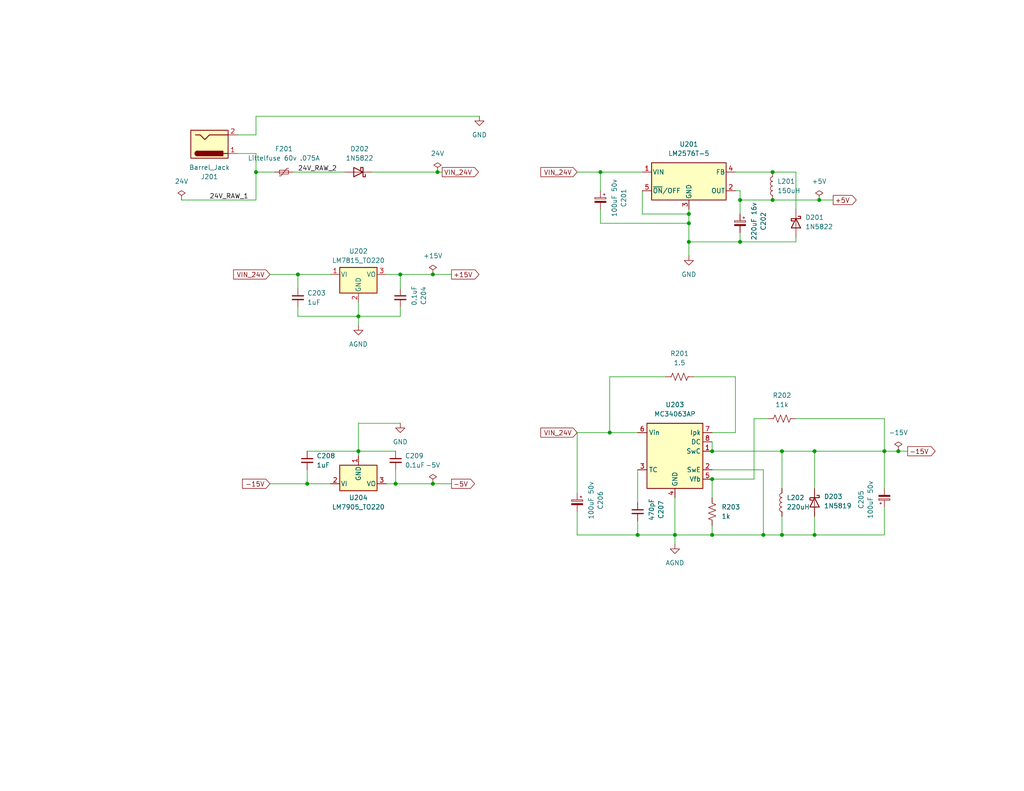
<source format=kicad_sch>
(kicad_sch (version 20250114) (generator "eeschema") (generator_version "9.0")
  (paper "USLetter")
  (title_block (title "ESP332 Guitar Patch Bay") (date "2025-05-27") (rev "1"))
  (lib_symbols
    (symbol "Connector:Barrel_Jack" (pin_names (offset 1.016))
      (property "Reference" "J" (at 0 5.334 0))
      (property "Value" "Barrel_Jack" (at 0 -5.08 0))
      (symbol "Barrel_Jack_0_1"
        (rectangle (start -5.08 3.81) (end 5.08 -3.81) (stroke (width 0.254)) (fill (type background)))
        (polyline (pts (xy -3.81 -2.54) (xy -2.54 -2.54) (xy -1.27 -1.27) (xy 0 -2.54) (xy 2.54 -2.54) (xy 5.08 -2.54)) (stroke (width 0.254)))
        (arc (start -3.302 1.905) (mid -3.9343 2.54) (end -3.302 3.175) (stroke (width 0.254)))
        (arc (start -3.302 1.905) (mid -3.9343 2.54) (end -3.302 3.175) (stroke (width 0.254)) (fill (type outline)))
        (rectangle (start 3.683 3.175) (end -3.302 1.905) (stroke (width 0.254)) (fill (type outline)))
        (polyline (pts (xy 5.08 2.54) (xy 3.81 2.54)) (stroke (width 0.254)))
      )
      (symbol "Barrel_Jack_1_1"
        (pin passive line (at 7.62 2.54 180) (length 2.54) (name "~") (number "1"))
        (pin passive line (at 7.62 -2.54 180) (length 2.54) (name "~") (number "2"))
      )
    )
    (symbol "Device:C_Polarized_Small" (pin_numbers (hide yes)) (pin_names (offset 0.254) (hide yes))
      (property "Reference" "C" (at 0.254 1.778 0))
      (property "Value" "C_Polarized_Small" (at 0.254 -2.032 0))
      (symbol "C_Polarized_Small_0_1"
        (rectangle (start -1.524 0.6858) (end 1.524 0.3048))
        (rectangle (start -1.524 -0.3048) (end 1.524 -0.6858) (fill (type outline)))
        (polyline (pts (xy -1.27 1.524) (xy -0.762 1.524)))
        (polyline (pts (xy -1.016 1.27) (xy -1.016 1.778)))
      )
      (symbol "C_Polarized_Small_1_1"
        (pin passive line (at 0 2.54 270) (length 1.8542) (name "~") (number "1"))
        (pin passive line (at 0 -2.54 90) (length 1.8542) (name "~") (number "2"))
      )
    )
    (symbol "Device:C_Small" (pin_numbers (hide yes)) (pin_names (offset 0.254) (hide yes))
      (property "Reference" "C" (at 0.254 1.778 0))
      (property "Value" "C_Small" (at 0.254 -2.032 0))
      (symbol "C_Small_0_1"
        (polyline (pts (xy -1.524 0.508) (xy 1.524 0.508)) (stroke (width 0.3048)))
        (polyline (pts (xy -1.524 -0.508) (xy 1.524 -0.508)) (stroke (width 0.3302)))
      )
      (symbol "C_Small_1_1"
        (pin passive line (at 0 2.54 270) (length 2.032) (name "~") (number "1"))
        (pin passive line (at 0 -2.54 90) (length 2.032) (name "~") (number "2"))
      )
    )
    (symbol "Device:L" (pin_numbers (hide yes)) (pin_names (offset 1.016) (hide yes))
      (property "Reference" "L" (at -1.27 0 90))
      (property "Value" "L" (at 1.905 0 90))
      (symbol "L_0_1"
        (arc (start 0 2.54) (mid 0.6323 1.905) (end 0 1.27))
        (arc (start 0 1.27) (mid 0.6323 0.635) (end 0 0))
        (arc (start 0 0) (mid 0.6323 -0.635) (end 0 -1.27))
        (arc (start 0 -1.27) (mid 0.6323 -1.905) (end 0 -2.54))
      )
      (symbol "L_1_1"
        (pin passive line (at 0 3.81 270) (length 1.27) (name "1") (number "1"))
        (pin passive line (at 0 -3.81 90) (length 1.27) (name "2") (number "2"))
      )
    )
    (symbol "Device:Polyfuse_Small" (pin_numbers (hide yes)) (pin_names (offset 0))
      (property "Reference" "F" (at -1.905 0 90))
      (property "Value" "Polyfuse_Small" (at 1.905 0 90))
      (symbol "Polyfuse_Small_0_1"
        (polyline (pts (xy -1.016 1.27) (xy -1.016 0.762) (xy 1.016 -0.762) (xy 1.016 -1.27)))
        (rectangle (start -0.508 1.27) (end 0.508 -1.27))
        (polyline (pts (xy 0 2.54) (xy 0 -2.54)))
      )
      (symbol "Polyfuse_Small_1_1"
        (pin passive line (at 0 2.54 270) (length 0.635) (name "~") (number "1"))
        (pin passive line (at 0 -2.54 90) (length 0.635) (name "~") (number "2"))
      )
    )
    (symbol "Device:R_US" (pin_numbers (hide yes)) (pin_names (offset 0))
      (property "Reference" "R" (at 2.54 0 90))
      (property "Value" "R_US" (at -2.54 0 90))
      (symbol "R_US_0_1"
        (polyline (pts (xy 0 2.286) (xy 0 2.54)))
        (polyline (pts (xy 0 2.286) (xy 1.016 1.905) (xy 0 1.524) (xy -1.016 1.143) (xy 0 0.762)))
        (polyline (pts (xy 0 0.762) (xy 1.016 0.381) (xy 0 0) (xy -1.016 -0.381) (xy 0 -0.762)))
        (polyline (pts (xy 0 -0.762) (xy 1.016 -1.143) (xy 0 -1.524) (xy -1.016 -1.905) (xy 0 -2.286)))
        (polyline (pts (xy 0 -2.286) (xy 0 -2.54)))
      )
      (symbol "R_US_1_1"
        (pin passive line (at 0 3.81 270) (length 1.27) (name "~") (number "1"))
        (pin passive line (at 0 -3.81 90) (length 1.27) (name "~") (number "2"))
      )
    )
    (symbol "Diode:1N5819" (pin_numbers (hide yes)) (pin_names (offset 1.016) (hide yes))
      (property "Reference" "D" (at 0 2.54 0))
      (property "Value" "1N5819" (at 0 -2.54 0))
      (symbol "1N5819_0_1"
        (polyline (pts (xy -1.905 0.635) (xy -1.905 1.27) (xy -1.27 1.27) (xy -1.27 -1.27) (xy -0.635 -1.27) (xy -0.635 -0.635)) (stroke (width 0.254)))
        (polyline (pts (xy 1.27 1.27) (xy 1.27 -1.27) (xy -1.27 0) (xy 1.27 1.27)) (stroke (width 0.254)))
        (polyline (pts (xy 1.27 0) (xy -1.27 0)))
      )
      (symbol "1N5819_1_1"
        (pin passive line (at -3.81 0 0) (length 2.54) (name "K") (number "1"))
        (pin passive line (at 3.81 0 180) (length 2.54) (name "A") (number "2"))
      )
    )
    (symbol "Diode:1N5822" (pin_numbers (hide yes)) (pin_names (offset 1.016) (hide yes))
      (property "Reference" "D" (at 0 2.54 0))
      (property "Value" "1N5822" (at 0 -2.54 0))
      (symbol "1N5822_0_1"
        (polyline (pts (xy -1.905 0.635) (xy -1.905 1.27) (xy -1.27 1.27) (xy -1.27 -1.27) (xy -0.635 -1.27) (xy -0.635 -0.635)) (stroke (width 0.254)))
        (polyline (pts (xy 1.27 1.27) (xy 1.27 -1.27) (xy -1.27 0) (xy 1.27 1.27)) (stroke (width 0.254)))
        (polyline (pts (xy 1.27 0) (xy -1.27 0)))
      )
      (symbol "1N5822_1_1"
        (pin passive line (at -3.81 0 0) (length 2.54) (name "K") (number "1"))
        (pin passive line (at 3.81 0 180) (length 2.54) (name "A") (number "2"))
      )
    )
    (symbol "Regulator_Linear:LM7815_TO220" (pin_names (offset 0.254))
      (property "Reference" "U" (at -3.81 3.175 0))
      (property "Value" "LM7815_TO220" (at 0 3.175 0))
      (symbol "LM7815_TO220_0_1"
        (rectangle (start -5.08 1.905) (end 5.08 -5.08) (stroke (width 0.254)) (fill (type background)))
      )
      (symbol "LM7815_TO220_1_1"
        (pin power_in line (at -7.62 0 0) (length 2.54) (name "VI") (number "1"))
        (pin power_in line (at 0 -7.62 90) (length 2.54) (name "GND") (number "2"))
        (pin power_out line (at 7.62 0 180) (length 2.54) (name "VO") (number "3"))
      )
    )
    (symbol "Regulator_Linear:LM7905_TO220" (pin_names (offset 0.254))
      (property "Reference" "U" (at -3.81 -3.175 0))
      (property "Value" "LM7905_TO220" (at 0 -3.175 0))
      (symbol "LM7905_TO220_0_1"
        (rectangle (start -5.08 5.08) (end 5.08 -1.905) (stroke (width 0.254)) (fill (type background)))
      )
      (symbol "LM7905_TO220_1_1"
        (pin power_in line (at -7.62 0 0) (length 2.54) (name "VI") (number "2"))
        (pin power_in line (at 0 7.62 270) (length 2.54) (name "GND") (number "1"))
        (pin power_out line (at 7.62 0 180) (length 2.54) (name "VO") (number "3"))
      )
    )
    (symbol "Regulator_Switching:LM2576T-5" (pin_names (offset 0.254))
      (property "Reference" "U" (at -10.16 6.35 0))
      (property "Value" "LM2576T-5" (at 0 6.35 0))
      (symbol "LM2576T-5_0_1"
        (rectangle (start -10.16 5.08) (end 10.16 -5.08) (stroke (width 0.254)) (fill (type background)))
      )
      (symbol "LM2576T-5_1_1"
        (pin power_in line (at -12.7 2.54 0) (length 2.54) (name "VIN") (number "1"))
        (pin input line (at -12.7 -2.54 0) (length 2.54) (name "~{ON}/OFF") (number "5"))
        (pin power_in line (at 0 -7.62 90) (length 2.54) (name "GND") (number "3"))
        (pin input line (at 12.7 2.54 180) (length 2.54) (name "FB") (number "4"))
        (pin output line (at 12.7 -2.54 180) (length 2.54) (name "OUT") (number "2"))
      )
    )
    (symbol "Regulator_Switching:MC34063AP"
      (property "Reference" "U" (at -7.62 8.89 0))
      (property "Value" "MC34063AP" (at 0 8.89 0))
      (symbol "MC34063AP_0_1"
        (rectangle (start -7.62 7.62) (end 7.62 -10.16) (stroke (width 0.254)) (fill (type background)))
      )
      (symbol "MC34063AP_1_1"
        (pin power_in line (at -10.16 5.08 0) (length 2.54) (name "Vin") (number "6"))
        (pin passive line (at -10.16 -5.08 0) (length 2.54) (name "TC") (number "3"))
        (pin power_in line (at 0 -12.7 90) (length 2.54) (name "GND") (number "4"))
        (pin input line (at 10.16 5.08 180) (length 2.54) (name "Ipk") (number "7"))
        (pin open_collector line (at 10.16 2.54 180) (length 2.54) (name "DC") (number "8"))
        (pin open_collector line (at 10.16 0 180) (length 2.54) (name "SwC") (number "1"))
        (pin open_emitter line (at 10.16 -5.08 180) (length 2.54) (name "SwE") (number "2"))
        (pin input line (at 10.16 -7.62 180) (length 2.54) (name "Vfb") (number "5"))
      )
    )
    (symbol "power:GND" (power) (pin_numbers (hide yes)) (pin_names (offset 0) (hide yes))
      (property "Value" "GND" (at 0 -3.81 0))
      (symbol "GND_0_1"
        (polyline (pts (xy 0 0) (xy 0 -1.27) (xy 1.27 -1.27) (xy 0 -2.54) (xy -1.27 -1.27) (xy 0 -1.27)))
      )
      (symbol "GND_1_1"
        (pin power_in line (at 0 0 270) (length 0) (name "~") (number "1"))
      )
    )
    (symbol "power:PWR_FLAG" (power) (pin_numbers (hide yes)) (pin_names (offset 0) (hide yes))
      (property "Value" "PWR_FLAG" (at 0 3.81 0))
      (symbol "PWR_FLAG_0_0"
        (pin power_out line (at 0 0 90) (length 0) (name "~") (number "1"))
      )
      (symbol "PWR_FLAG_0_1"
        (polyline (pts (xy 0 0) (xy 0 1.27) (xy -1.016 1.905) (xy 0 2.54) (xy 1.016 1.905) (xy 0 1.27)))
      )
    )
  )
  (junction (at 118.11 132.08))
  (junction (at 208.28 146.05))
  (junction (at 194.31 123.19))
  (junction (at 194.31 146.05))
  (junction (at 109.22 74.93))
  (junction (at 184.15 146.05))
  (junction (at 166.37 118.11))
  (junction (at 97.79 86.36))
  (junction (at 222.25 146.05))
  (junction (at 213.36 123.19))
  (junction (at 194.31 130.81))
  (junction (at 107.95 132.08))
  (junction (at 245.11 123.19))
  (junction (at 187.96 66.04))
  (junction (at 187.96 60.96))
  (junction (at 210.82 54.61))
  (junction (at 97.79 123.19))
  (junction (at 83.82 132.08))
  (junction (at 241.3 123.19))
  (junction (at 118.11 74.93))
  (junction (at 201.93 54.61))
  (junction (at 210.82 46.99))
  (junction (at 163.83 46.99))
  (junction (at 222.25 123.19))
  (junction (at 187.96 58.42))
  (junction (at 69.85 46.99))
  (junction (at 173.99 146.05))
  (junction (at 201.93 66.04))
  (junction (at 119.38 46.99))
  (junction (at 213.36 146.05))
  (junction (at 81.28 74.93))
  (junction (at 223.52 54.61))
  (wire (pts (xy 123.19 74.93) (xy 118.11 74.93)))
  (wire (pts (xy 163.83 57.15) (xy 163.83 60.96)))
  (wire (pts (xy 222.25 146.05) (xy 213.36 146.05)))
  (wire (pts (xy 157.48 118.11) (xy 166.37 118.11)))
  (wire (pts (xy 200.66 102.87) (xy 200.66 118.11)))
  (wire (pts (xy 173.99 142.24) (xy 173.99 146.05)))
  (wire (pts (xy 69.85 36.83) (xy 69.85 31.75)))
  (wire (pts (xy 245.11 123.19) (xy 247.65 123.19)))
  (wire (pts (xy 81.28 86.36) (xy 81.28 83.82)))
  (wire (pts (xy 194.31 118.11) (xy 200.66 118.11)))
  (wire (pts (xy 223.52 54.61) (xy 227.33 54.61)))
  (wire (pts (xy 194.31 123.19) (xy 213.36 123.19)))
  (wire (pts (xy 222.25 133.35) (xy 222.25 123.19)))
  (wire (pts (xy 187.96 60.96) (xy 187.96 58.42)))
  (wire (pts (xy 201.93 52.07) (xy 200.66 52.07)))
  (wire (pts (xy 175.26 58.42) (xy 187.96 58.42)))
  (wire (pts (xy 213.36 146.05) (xy 208.28 146.05)))
  (wire (pts (xy 97.79 115.57) (xy 97.79 123.19)))
  (wire (pts (xy 201.93 54.61) (xy 210.82 54.61)))
  (wire (pts (xy 64.77 41.91) (xy 69.85 41.91)))
  (wire (pts (xy 194.31 146.05) (xy 208.28 146.05)))
  (wire (pts (xy 157.48 139.7) (xy 157.48 146.05)))
  (wire (pts (xy 107.95 132.08) (xy 118.11 132.08)))
  (wire (pts (xy 187.96 66.04) (xy 187.96 60.96)))
  (wire (pts (xy 163.83 52.07) (xy 163.83 46.99)))
  (wire (pts (xy 210.82 54.61) (xy 223.52 54.61)))
  (wire (pts (xy 109.22 74.93) (xy 109.22 78.74)))
  (wire (pts (xy 217.17 57.15) (xy 217.17 46.99)))
  (wire (pts (xy 157.48 134.62) (xy 157.48 118.11)))
  (wire (pts (xy 181.61 102.87) (xy 166.37 102.87)))
  (wire (pts (xy 101.6 46.99) (xy 119.38 46.99)))
  (wire (pts (xy 97.79 86.36) (xy 109.22 86.36)))
  (wire (pts (xy 187.96 69.85) (xy 187.96 66.04)))
  (wire (pts (xy 120.65 46.99) (xy 119.38 46.99)))
  (wire (pts (xy 217.17 114.3) (xy 241.3 114.3)))
  (wire (pts (xy 69.85 31.75) (xy 130.81 31.75)))
  (wire (pts (xy 97.79 82.55) (xy 97.79 86.36)))
  (wire (pts (xy 83.82 132.08) (xy 90.17 132.08)))
  (wire (pts (xy 166.37 118.11) (xy 173.99 118.11)))
  (wire (pts (xy 97.79 123.19) (xy 97.79 124.46)))
  (wire (pts (xy 241.3 133.35) (xy 241.3 123.19)))
  (wire (pts (xy 184.15 148.59) (xy 184.15 146.05)))
  (wire (pts (xy 194.31 128.27) (xy 208.28 128.27)))
  (wire (pts (xy 97.79 115.57) (xy 109.22 115.57)))
  (wire (pts (xy 241.3 146.05) (xy 222.25 146.05)))
  (wire (pts (xy 69.85 41.91) (xy 69.85 46.99)))
  (wire (pts (xy 194.31 143.51) (xy 194.31 146.05)))
  (wire (pts (xy 109.22 74.93) (xy 105.41 74.93)))
  (wire (pts (xy 163.83 46.99) (xy 175.26 46.99)))
  (wire (pts (xy 107.95 132.08) (xy 105.41 132.08)))
  (wire (pts (xy 81.28 86.36) (xy 97.79 86.36)))
  (wire (pts (xy 241.3 114.3) (xy 241.3 123.19)))
  (wire (pts (xy 73.66 132.08) (xy 83.82 132.08)))
  (wire (pts (xy 173.99 128.27) (xy 173.99 137.16)))
  (wire (pts (xy 83.82 123.19) (xy 97.79 123.19)))
  (wire (pts (xy 205.74 130.81) (xy 194.31 130.81)))
  (wire (pts (xy 241.3 123.19) (xy 245.11 123.19)))
  (wire (pts (xy 166.37 102.87) (xy 166.37 118.11)))
  (wire (pts (xy 213.36 133.35) (xy 213.36 123.19)))
  (wire (pts (xy 194.31 130.81) (xy 194.31 135.89)))
  (wire (pts (xy 205.74 114.3) (xy 205.74 130.81)))
  (wire (pts (xy 187.96 66.04) (xy 201.93 66.04)))
  (wire (pts (xy 73.66 74.93) (xy 81.28 74.93)))
  (wire (pts (xy 213.36 140.97) (xy 213.36 146.05)))
  (wire (pts (xy 83.82 128.27) (xy 83.82 132.08)))
  (wire (pts (xy 189.23 102.87) (xy 200.66 102.87)))
  (wire (pts (xy 97.79 123.19) (xy 107.95 123.19)))
  (wire (pts (xy 64.77 36.83) (xy 69.85 36.83)))
  (wire (pts (xy 201.93 63.5) (xy 201.93 66.04)))
  (wire (pts (xy 157.48 146.05) (xy 173.99 146.05)))
  (wire (pts (xy 175.26 52.07) (xy 175.26 58.42)))
  (wire (pts (xy 187.96 58.42) (xy 187.96 57.15)))
  (wire (pts (xy 217.17 64.77) (xy 217.17 66.04)))
  (wire (pts (xy 208.28 128.27) (xy 208.28 146.05)))
  (wire (pts (xy 241.3 138.43) (xy 241.3 146.05)))
  (wire (pts (xy 241.3 123.19) (xy 222.25 123.19)))
  (wire (pts (xy 81.28 74.93) (xy 90.17 74.93)))
  (wire (pts (xy 184.15 146.05) (xy 184.15 135.89)))
  (wire (pts (xy 217.17 46.99) (xy 210.82 46.99)))
  (wire (pts (xy 109.22 83.82) (xy 109.22 86.36)))
  (wire (pts (xy 107.95 128.27) (xy 107.95 132.08)))
  (wire (pts (xy 222.25 123.19) (xy 213.36 123.19)))
  (wire (pts (xy 173.99 146.05) (xy 184.15 146.05)))
  (wire (pts (xy 49.53 54.61) (xy 69.85 54.61)))
  (wire (pts (xy 69.85 54.61) (xy 69.85 46.99)))
  (wire (pts (xy 209.55 114.3) (xy 205.74 114.3)))
  (wire (pts (xy 163.83 60.96) (xy 187.96 60.96)))
  (wire (pts (xy 118.11 132.08) (xy 123.19 132.08)))
  (wire (pts (xy 97.79 86.36) (xy 97.79 88.9)))
  (wire (pts (xy 74.93 46.99) (xy 69.85 46.99)))
  (wire (pts (xy 184.15 146.05) (xy 194.31 146.05)))
  (wire (pts (xy 210.82 46.99) (xy 200.66 46.99)))
  (wire (pts (xy 157.48 46.99) (xy 163.83 46.99)))
  (wire (pts (xy 201.93 66.04) (xy 217.17 66.04)))
  (wire (pts (xy 81.28 78.74) (xy 81.28 74.93)))
  (wire (pts (xy 194.31 120.65) (xy 194.31 123.19)))
  (wire (pts (xy 201.93 52.07) (xy 201.93 54.61)))
  (wire (pts (xy 201.93 54.61) (xy 201.93 58.42)))
  (wire (pts (xy 222.25 140.97) (xy 222.25 146.05)))
  (wire (pts (xy 118.11 74.93) (xy 109.22 74.93)))
  (wire (pts (xy 80.01 46.99) (xy 93.98 46.99)))
  (label "24V_RAW_2" (at 81.28 46.99 0))
  (label "24V_RAW_1" (at 57.15 54.61 0))
  (global_label "VIN_24V" (shape output) (at 120.65 46.99 0) (property "Intersheetrefs" "${INTERSHEET_REFS}" (effects (hide yes))))
  (global_label "+15V" (shape output) (at 123.19 74.93 0) (property "Intersheetrefs" "${INTERSHEET_REFS}" (effects (hide yes))))
  (global_label "VIN_24V" (shape input) (at 157.48 46.99 180) (property "Intersheetrefs" "${INTERSHEET_REFS}" (effects (hide yes))))
  (global_label "+5V" (shape output) (at 227.33 54.61 0) (property "Intersheetrefs" "${INTERSHEET_REFS}" (effects (hide yes))))
  (global_label "VIN_24V" (shape input) (at 157.48 118.11 180) (property "Intersheetrefs" "${INTERSHEET_REFS}" (effects (hide yes))))
  (global_label "-15V" (shape input) (at 73.66 132.08 180) (property "Intersheetrefs" "${INTERSHEET_REFS}" (effects (hide yes))))
  (global_label "-15V" (shape output) (at 247.65 123.19 0) (property "Intersheetrefs" "${INTERSHEET_REFS}" (effects (hide yes))))
  (global_label "-5V" (shape output) (at 123.19 132.08 0) (property "Intersheetrefs" "${INTERSHEET_REFS}" (effects (hide yes))))
  (global_label "VIN_24V" (shape input) (at 73.66 74.93 180) (property "Intersheetrefs" "${INTERSHEET_REFS}" (effects (hide yes))))
  (symbol (lib_id "Device:C_Small") (at 83.82 125.73 0) (unit 1)
    (property "Reference" "C208" (at 86.36 124.4662 0) (effects (justify left)))
    (property "Value" "1uF" (at 86.36 127.0062 0) (effects (justify left)))
    (property "Footprint" "Capacitor_THT:C_Disc_D5.0mm_W2.5mm_P2.50mm" (effects (hide yes)))
    (property "Description" "Unpolarized capacitor, small symbol" (effects (hide yes)))
  )
  (symbol (lib_id "Device:C_Polarized_Small") (at 201.93 60.96 0) (mirror y) (unit 1)
    (property "Reference" "C202" (at 208.28 60.4139 90))
    (property "Value" "220uF 16v" (at 205.74 60.4139 90))
    (property "Footprint" "Capacitor_THT:CP_Radial_D5.0mm_P2.50mm" (effects (hide yes)))
    (property "Description" "Polarized capacitor, small symbol" (effects (hide yes)))
  )
  (symbol (lib_id "power:GND") (at 97.79 88.9 0) (unit 1)
    (property "Reference" "#PWR0203" (effects (hide yes)))
    (property "Value" "AGND" (at 97.79 93.98 0))
    (property "Description" "Power symbol creates a global label with name \"GND\" , ground" (effects (hide yes)))
  )
  (symbol (lib_id "Diode:1N5819") (at 222.25 137.16 270) (unit 1)
    (property "Reference" "D203" (at 224.79 135.5724 90) (effects (justify left)))
    (property "Value" "1N5819" (at 224.79 138.1124 90) (effects (justify left)))
    (property "Footprint" "Diode_THT:D_DO-41_SOD81_P10.16mm_Horizontal" (effects (hide yes)))
    (property "Datasheet" "http://www.vishay.com/docs/88525/1n5817.pdf" (effects (hide yes)))
    (property "Description" "40V 1A Schottky Barrier Rectifier Diode, DO-41" (effects (hide yes)))
  )
  (symbol (lib_id "Device:C_Small") (at 173.99 139.7 0) (mirror y) (unit 1)
    (property "Reference" "C207" (at 180.34 139.1539 90))
    (property "Value" "470pF" (at 177.8 139.1539 90))
    (property "Footprint" "Capacitor_THT:C_Disc_D5.0mm_W2.5mm_P2.50mm" (effects (hide yes)))
    (property "Description" "Unpolarized capacitor, small symbol" (effects (hide yes)))
  )
  (symbol (lib_id "power:GND") (at 184.15 148.59 0) (unit 1)
    (property "Reference" "#PWR0204" (effects (hide yes)))
    (property "Value" "AGND" (at 184.15 153.67 0))
    (property "Description" "Power symbol creates a global label with name \"GND\" , ground" (effects (hide yes)))
  )
  (symbol (lib_id "Device:Polyfuse_Small") (at 77.47 46.99 270) (unit 1)
    (property "Reference" "F201" (at 77.47 40.64 90))
    (property "Value" "Littelfuse 60v .075A" (at 77.47 43.18 90))
    (property "Footprint" "Fuse:Fuse_Bourns_MF-RG500" (effects (hide yes)))
    (property "Description" "Resettable fuse, polymeric positive temperature coefficient, small symbol" (effects (hide yes)))
  )
  (symbol (lib_id "power:GND") (at 130.81 31.75 0) (unit 1)
    (property "Reference" "#PWR0201" (effects (hide yes)))
    (property "Value" "GND" (at 130.81 36.83 0))
    (property "Description" "Power symbol creates a global label with name \"GND\" , ground" (effects (hide yes)))
  )
  (symbol (lib_id "Device:C_Small") (at 109.22 81.28 0) (mirror y) (unit 1)
    (property "Reference" "C204" (at 115.57 80.7339 90))
    (property "Value" "0.1uF" (at 113.03 80.7339 90))
    (property "Footprint" "Capacitor_THT:C_Disc_D5.0mm_W2.5mm_P2.50mm" (effects (hide yes)))
    (property "Description" "Unpolarized capacitor, small symbol" (effects (hide yes)))
  )
  (symbol (lib_id "power:GND") (at 109.22 115.57 0) (unit 1)
    (property "Reference" "#PWR0205" (effects (hide yes)))
    (property "Value" "GND" (at 109.22 120.65 0))
    (property "Description" "Power symbol creates a global label with name \"GND\" , ground" (effects (hide yes)))
  )
  (symbol (lib_id "Regulator_Linear:LM7815_TO220") (at 97.79 74.93 0) (unit 1)
    (property "Reference" "U202" (at 97.79 68.58 0))
    (property "Value" "LM7815_TO220" (at 97.79 71.12 0))
    (property "Footprint" "Package_TO_SOT_THT:TO-220-3_Vertical" (effects (hide yes)))
    (property "Datasheet" "https://www.onsemi.cn/PowerSolutions/document/MC7800-D.PDF" (effects (hide yes)))
    (property "Description" "Positive 1A 35V Linear Regulator, Fixed Output 15V, TO-220" (effects (hide yes)))
  )
  (symbol (lib_id "Device:R_US") (at 213.36 114.3 90) (unit 1)
    (property "Reference" "R202" (at 213.36 107.95 90))
    (property "Value" "11k" (at 213.36 110.49 90))
    (property "Footprint" "Resistor_THT:R_Axial_DIN0207_L6.3mm_D2.5mm_P7.62mm_Horizontal" (effects (hide yes)))
    (property "Description" "Resistor, US symbol" (effects (hide yes)))
  )
  (symbol (lib_id "Device:C_Polarized_Small") (at 157.48 137.16 0) (mirror y) (unit 1)
    (property "Reference" "C206" (at 163.83 136.6139 90))
    (property "Value" "100uF 50v" (at 161.29 136.6139 90))
    (property "Footprint" "Capacitor_THT:CP_Radial_D5.0mm_P2.50mm" (effects (hide yes)))
    (property "Description" "Polarized capacitor, small symbol" (effects (hide yes)))
  )
  (symbol (lib_id "power:PWR_FLAG") (at 118.11 132.08 0) (unit 1)
    (property "Reference" "#FLG0206" (effects (hide yes)))
    (property "Value" "-5V" (at 118.11 127 0))
    (property "Description" "Special symbol for telling ERC where power comes from" (effects (hide yes)))
  )
  (symbol (lib_id "Device:R_US") (at 185.42 102.87 90) (unit 1)
    (property "Reference" "R201" (at 185.42 96.52 90))
    (property "Value" "1.5" (at 185.42 99.06 90))
    (property "Footprint" "Resistor_THT:R_Axial_DIN0207_L6.3mm_D2.5mm_P7.62mm_Horizontal" (effects (hide yes)))
    (property "Description" "Resistor, US symbol" (effects (hide yes)))
  )
  (symbol (lib_id "power:PWR_FLAG") (at 223.52 54.61 0) (unit 1)
    (property "Reference" "#FLG0201" (effects (hide yes)))
    (property "Value" "+5V" (at 223.52 49.53 0))
    (property "Description" "Special symbol for telling ERC where power comes from" (effects (hide yes)))
  )
  (symbol (lib_id "power:PWR_FLAG") (at 245.11 123.19 0) (unit 1)
    (property "Reference" "#FLG0205" (effects (hide yes)))
    (property "Value" "-15V" (at 245.11 118.11 0))
    (property "Description" "Special symbol for telling ERC where power comes from" (effects (hide yes)))
  )
  (symbol (lib_id "power:PWR_FLAG") (at 49.53 54.61 0) (unit 1)
    (property "Reference" "#FLG0203" (effects (hide yes)))
    (property "Value" "24V" (at 49.53 49.53 0))
    (property "Description" "Special symbol for telling ERC where power comes from" (effects (hide yes)))
  )
  (symbol (lib_id "Device:C_Small") (at 81.28 81.28 0) (unit 1)
    (property "Reference" "C203" (at 83.82 80.0162 0) (effects (justify left)))
    (property "Value" "1uF" (at 83.82 82.5562 0) (effects (justify left)))
    (property "Footprint" "Capacitor_THT:C_Disc_D5.0mm_W2.5mm_P2.50mm" (effects (hide yes)))
    (property "Description" "Unpolarized capacitor, small symbol" (effects (hide yes)))
  )
  (symbol (lib_id "power:PWR_FLAG") (at 119.38 46.99 0) (unit 1)
    (property "Reference" "#FLG0202" (effects (hide yes)))
    (property "Value" "24V" (at 119.38 41.91 0))
    (property "Description" "Special symbol for telling ERC where power comes from" (effects (hide yes)))
  )
  (symbol (lib_id "Device:L") (at 213.36 137.16 180) (unit 1)
    (property "Reference" "L202" (at 214.63 135.8899 0) (effects (justify right)))
    (property "Value" "220uH" (at 214.63 138.4299 0) (effects (justify right)))
    (property "Footprint" "Inductor_THT:L_Radial_D10.0mm_P5.00mm_Fastron_07M" (effects (hide yes)))
    (property "Description" "Inductor" (effects (hide yes)))
  )
  (symbol (lib_id "Device:C_Polarized_Small") (at 241.3 135.89 0) (mirror x) (unit 1)
    (property "Reference" "C205" (at 234.95 136.4361 90))
    (property "Value" "100uF 50v" (at 237.49 136.4361 90))
    (property "Footprint" "Capacitor_THT:CP_Radial_D5.0mm_P2.50mm" (effects (hide yes)))
    (property "Description" "Polarized capacitor, small symbol" (effects (hide yes)))
  )
  (symbol (lib_id "Device:C_Small") (at 107.95 125.73 0) (unit 1)
    (property "Reference" "C209" (at 110.49 124.4662 0) (effects (justify left)))
    (property "Value" "0.1uF" (at 110.49 127.0062 0) (effects (justify left)))
    (property "Footprint" "Capacitor_THT:C_Disc_D5.0mm_W2.5mm_P2.50mm" (effects (hide yes)))
    (property "Description" "Unpolarized capacitor, small symbol" (effects (hide yes)))
  )
  (symbol (lib_id "Regulator_Switching:LM2576T-5") (at 187.96 49.53 0) (unit 1)
    (property "Reference" "U201" (at 187.96 39.37 0))
    (property "Value" "LM2576T-5" (at 187.96 41.91 0))
    (property "Footprint" "Package_TO_SOT_THT:TO-220-5_Vertical" (effects (hide yes)))
    (property "Datasheet" "http://www.ti.com/lit/ds/symlink/lm2576.pdf" (effects (hide yes)))
    (property "Description" "5V, 3A SIMPLE SWITCHER® Step-Down Voltage Regulator, TO-220-5" (effects (hide yes)))
  )
  (symbol (lib_id "power:PWR_FLAG") (at 118.11 74.93 0) (unit 1)
    (property "Reference" "#FLG0204" (effects (hide yes)))
    (property "Value" "+15V" (at 118.11 69.85 0))
    (property "Description" "Special symbol for telling ERC where power comes from" (effects (hide yes)))
  )
  (symbol (lib_id "Regulator_Linear:LM7905_TO220") (at 97.79 132.08 0) (unit 1)
    (property "Reference" "U204" (at 97.79 135.89 0))
    (property "Value" "LM7905_TO220" (at 97.79 138.43 0))
    (property "Footprint" "Package_TO_SOT_THT:TO-220-3_Vertical" (effects (hide yes)))
    (property "Datasheet" "https://www.onsemi.com/pub/Collateral/MC7900-D.PDF" (effects (hide yes)))
    (property "Description" "Negative 1A 35V Linear Regulator, Fixed Output 5V, TO-220" (effects (hide yes)))
  )
  (symbol (lib_id "Diode:1N5822") (at 217.17 60.96 270) (unit 1)
    (property "Reference" "D201" (at 219.71 59.3724 90) (effects (justify left)))
    (property "Value" "1N5822" (at 219.71 61.9124 90) (effects (justify left)))
    (property "Footprint" "Diode_THT:D_DO-41_SOD81_P10.16mm_Horizontal" (effects (hide yes)))
    (property "Datasheet" "http://www.vishay.com/docs/88526/1n5820.pdf" (effects (hide yes)))
    (property "Description" "40V 3A Schottky Barrier Rectifier Diode, DO-201AD" (effects (hide yes)))
  )
  (symbol (lib_id "Connector:Barrel_Jack") (at 57.15 39.37 0) (mirror x) (unit 1)
    (property "Reference" "J201" (at 57.15 48.26 0))
    (property "Value" "Barrel_Jack" (at 57.15 45.72 0))
    (property "Footprint" "Connector_BarrelJack:BarrelJack_CUI_PJ-063AH_Horizontal_CircularHoles" (effects (hide yes)))
    (property "Description" "DC Barrel Jack" (effects (hide yes)))
  )
  (symbol (lib_id "power:GND") (at 187.96 69.85 0) (unit 1)
    (property "Reference" "#PWR0202" (effects (hide yes)))
    (property "Value" "GND" (at 187.96 74.93 0))
    (property "Description" "Power symbol creates a global label with name \"GND\" , ground" (effects (hide yes)))
  )
  (symbol (lib_id "Regulator_Switching:MC34063AP") (at 184.15 123.19 0) (unit 1)
    (property "Reference" "U203" (at 184.15 110.49 0))
    (property "Value" "MC34063AP" (at 184.15 113.03 0))
    (property "Footprint" "Package_DIP:DIP-8_W7.62mm" (effects (hide yes)))
    (property "Datasheet" "http://www.onsemi.com/pub_link/Collateral/MC34063A-D.PDF" (effects (hide yes)))
    (property "Description" "1.5A, step-up/down/inverting switching regulator, 3-40V Vin, 100kHz, DIP-8" (effects (hide yes)))
  )
  (symbol (lib_id "Diode:1N5822") (at 97.79 46.99 180) (unit 1)
    (property "Reference" "D202" (at 98.1075 40.64 0))
    (property "Value" "1N5822" (at 98.1075 43.18 0))
    (property "Footprint" "Diode_THT:D_DO-41_SOD81_P10.16mm_Horizontal" (effects (hide yes)))
    (property "Datasheet" "http://www.vishay.com/docs/88526/1n5820.pdf" (effects (hide yes)))
    (property "Description" "40V 3A Schottky Barrier Rectifier Diode, DO-201AD" (effects (hide yes)))
  )
  (symbol (lib_id "Device:L") (at 210.82 50.8 180) (unit 1)
    (property "Reference" "L201" (at 212.09 49.5299 0) (effects (justify right)))
    (property "Value" "150uH" (at 212.09 52.0699 0) (effects (justify right)))
    (property "Footprint" "Inductor_THT:L_Radial_D10.0mm_P5.00mm_Fastron_07M" (effects (hide yes)))
    (property "Description" "Inductor" (effects (hide yes)))
  )
  (symbol (lib_id "Device:R_US") (at 194.31 139.7 0) (unit 1)
    (property "Reference" "R203" (at 196.85 138.4299 0) (effects (justify left)))
    (property "Value" "1k" (at 196.85 140.9699 0) (effects (justify left)))
    (property "Footprint" "Resistor_THT:R_Axial_DIN0207_L6.3mm_D2.5mm_P7.62mm_Horizontal" (effects (hide yes)))
    (property "Description" "Resistor, US symbol" (effects (hide yes)))
  )
  (symbol (lib_id "Device:C_Polarized_Small") (at 163.83 54.61 0) (mirror y) (unit 1)
    (property "Reference" "C201" (at 170.18 54.0639 90))
    (property "Value" "100uF 50v" (at 167.64 54.0639 90))
    (property "Footprint" "Capacitor_THT:CP_Radial_D5.0mm_P2.50mm" (effects (hide yes)))
    (property "Description" "Polarized capacitor, small symbol" (effects (hide yes)))
  )
)
</source>
